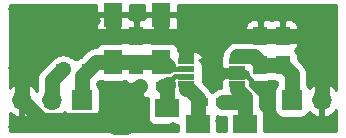
<source format=gtl>
G04 #@! TF.GenerationSoftware,KiCad,Pcbnew,(5.1.6-0-10_14)*
G04 #@! TF.CreationDate,2021-04-27T10:54:01+09:00*
G04 #@! TF.ProjectId,qPCR-negative_voltage,71504352-2d6e-4656-9761-746976655f76,rev?*
G04 #@! TF.SameCoordinates,Original*
G04 #@! TF.FileFunction,Copper,L1,Top*
G04 #@! TF.FilePolarity,Positive*
%FSLAX46Y46*%
G04 Gerber Fmt 4.6, Leading zero omitted, Abs format (unit mm)*
G04 Created by KiCad (PCBNEW (5.1.6-0-10_14)) date 2021-04-27 10:54:01*
%MOMM*%
%LPD*%
G01*
G04 APERTURE LIST*
G04 #@! TA.AperFunction,SMDPad,CuDef*
%ADD10R,1.250000X1.500000*%
G04 #@! TD*
G04 #@! TA.AperFunction,SMDPad,CuDef*
%ADD11R,1.200000X0.750000*%
G04 #@! TD*
G04 #@! TA.AperFunction,SMDPad,CuDef*
%ADD12R,2.000000X1.600000*%
G04 #@! TD*
G04 #@! TA.AperFunction,SMDPad,CuDef*
%ADD13R,1.600000X2.000000*%
G04 #@! TD*
G04 #@! TA.AperFunction,SMDPad,CuDef*
%ADD14R,1.200000X0.900000*%
G04 #@! TD*
G04 #@! TA.AperFunction,ComponentPad*
%ADD15R,1.700000X1.700000*%
G04 #@! TD*
G04 #@! TA.AperFunction,ComponentPad*
%ADD16O,1.700000X1.700000*%
G04 #@! TD*
G04 #@! TA.AperFunction,SMDPad,CuDef*
%ADD17R,1.470000X0.480000*%
G04 #@! TD*
G04 #@! TA.AperFunction,ViaPad*
%ADD18C,0.800000*%
G04 #@! TD*
G04 #@! TA.AperFunction,Conductor*
%ADD19C,1.270000*%
G04 #@! TD*
G04 #@! TA.AperFunction,Conductor*
%ADD20C,0.250000*%
G04 #@! TD*
G04 #@! TA.AperFunction,Conductor*
%ADD21C,0.762000*%
G04 #@! TD*
G04 #@! TA.AperFunction,Conductor*
%ADD22C,0.381000*%
G04 #@! TD*
G04 #@! TA.AperFunction,Conductor*
%ADD23C,0.254000*%
G04 #@! TD*
G04 APERTURE END LIST*
D10*
X138800000Y-92750000D03*
X138800000Y-90250000D03*
X136900000Y-90250000D03*
X136900000Y-92750000D03*
D11*
X133750000Y-95900000D03*
X131850000Y-95900000D03*
D12*
X135600000Y-97700000D03*
X131600000Y-97700000D03*
D11*
X126750000Y-94500000D03*
X128650000Y-94500000D03*
D12*
X125000000Y-96400000D03*
X129000000Y-96400000D03*
D13*
X124400000Y-92500000D03*
X124400000Y-88500000D03*
D10*
X126400000Y-92750000D03*
X126400000Y-90250000D03*
D13*
X128500000Y-88500000D03*
X128500000Y-92500000D03*
D14*
X122400000Y-93100000D03*
X120200000Y-93100000D03*
D15*
X121800000Y-95700000D03*
D16*
X119260000Y-95700000D03*
X116720000Y-95700000D03*
D17*
X130650000Y-94375000D03*
X130650000Y-93725000D03*
X130650000Y-93075000D03*
X130650000Y-92425000D03*
X134950000Y-92425000D03*
X134950000Y-93075000D03*
X134950000Y-93725000D03*
X134950000Y-94375000D03*
D16*
X142120000Y-95700000D03*
D15*
X139580000Y-95700000D03*
D18*
X116000000Y-88000000D03*
X116000000Y-93000000D03*
X123000000Y-89000000D03*
X118500000Y-90500000D03*
X120000000Y-88000000D03*
X116000000Y-98000000D03*
X125500000Y-98000000D03*
X129500000Y-98000000D03*
X127000000Y-96500000D03*
X133500000Y-97500000D03*
X121500000Y-91500000D03*
X126500000Y-88000000D03*
X130500000Y-88000000D03*
X135000000Y-89000000D03*
X132000000Y-89000000D03*
X143000000Y-88000000D03*
X138500000Y-88500000D03*
X143000000Y-90500000D03*
X143000000Y-98000000D03*
X138000000Y-98000000D03*
X141000000Y-92500000D03*
X140722500Y-90277500D03*
X132860000Y-91140000D03*
X133136999Y-93466999D03*
X128750000Y-90250000D03*
X124250000Y-90250000D03*
X121614999Y-97385001D03*
X137130000Y-94540000D03*
X124055000Y-94995000D03*
D19*
X140695000Y-90250000D02*
X138800000Y-90250000D01*
X142120000Y-91675000D02*
X140722500Y-90277500D01*
X142120000Y-95700000D02*
X142120000Y-91675000D01*
X138800000Y-90250000D02*
X136900000Y-90250000D01*
X116720000Y-94026998D02*
X116720000Y-95700000D01*
X120496998Y-90250000D02*
X116720000Y-94026998D01*
X118405001Y-97385001D02*
X116720000Y-95700000D01*
X124014999Y-97385001D02*
X121614999Y-97385001D01*
X125000000Y-96400000D02*
X124014999Y-97385001D01*
X124400000Y-88500000D02*
X124400000Y-90200000D01*
X124350000Y-90250000D02*
X124250000Y-90250000D01*
X124400000Y-90200000D02*
X124350000Y-90250000D01*
X126400000Y-90250000D02*
X124350000Y-90250000D01*
X128500000Y-89900000D02*
X128850000Y-90250000D01*
X128850000Y-90250000D02*
X128750000Y-90250000D01*
X128500000Y-88500000D02*
X128500000Y-89900000D01*
X125000000Y-96400000D02*
X125000000Y-96250000D01*
X128850000Y-90250000D02*
X130650000Y-90250000D01*
X130650000Y-90250000D02*
X130650000Y-91999999D01*
X132860000Y-90250000D02*
X132860000Y-91140000D01*
X136900000Y-90250000D02*
X132860000Y-90250000D01*
X132860000Y-90250000D02*
X128850000Y-90250000D01*
D20*
X133105000Y-93075000D02*
X132860000Y-92830000D01*
X134950000Y-93075000D02*
X133105000Y-93075000D01*
X133755000Y-93725000D02*
X132860000Y-92830000D01*
X134950000Y-93725000D02*
X133755000Y-93725000D01*
D19*
X133136999Y-93466999D02*
X133136999Y-93466999D01*
X132860000Y-93190000D02*
X133136999Y-93466999D01*
X132860000Y-92830000D02*
X132860000Y-93190000D01*
X140722500Y-90277500D02*
X140695000Y-90250000D01*
X132860000Y-91140000D02*
X132860000Y-92830000D01*
X133136999Y-93466999D02*
X133379999Y-93466999D01*
X128750000Y-90250000D02*
X126400000Y-90250000D01*
X124250000Y-90250000D02*
X120496998Y-90250000D01*
X121614999Y-97385001D02*
X118405001Y-97385001D01*
D21*
X133136999Y-93466999D02*
X135576999Y-93466999D01*
D22*
X136075501Y-93965501D02*
X135576999Y-93466999D01*
X138000000Y-96370000D02*
X136075501Y-94445501D01*
X136075501Y-94445501D02*
X136075501Y-93965501D01*
X138000000Y-98000000D02*
X138000000Y-96370000D01*
D19*
X124629998Y-98000000D02*
X124014999Y-97385001D01*
X125500000Y-98000000D02*
X124629998Y-98000000D01*
X124014999Y-97385001D02*
X124014999Y-95034999D01*
X124014999Y-95034999D02*
X124054998Y-94995000D01*
X126255000Y-94995000D02*
X126750000Y-94500000D01*
X124054998Y-94995000D02*
X124055000Y-94995000D01*
X125000000Y-96250000D02*
X126255000Y-94995000D01*
X126255000Y-96125000D02*
X126760000Y-96630000D01*
X126255000Y-94995000D02*
X126255000Y-96125000D01*
X126760000Y-96740000D02*
X125500000Y-98000000D01*
X126760000Y-96630000D02*
X126760000Y-96740000D01*
X125500000Y-96900000D02*
X125000000Y-96400000D01*
X125500000Y-98000000D02*
X125500000Y-96900000D01*
X124055000Y-94995000D02*
X126255000Y-94995000D01*
X135600000Y-95450001D02*
X134950000Y-94800001D01*
X135600000Y-97700000D02*
X135600000Y-95450001D01*
X135150001Y-95900000D02*
X135600000Y-95450001D01*
X133750000Y-95900000D02*
X135150001Y-95900000D01*
X130880001Y-94800001D02*
X130650000Y-94800001D01*
X131600000Y-95520000D02*
X130880001Y-94800001D01*
X131600000Y-97700000D02*
X131600000Y-95520000D01*
X129000000Y-94850000D02*
X128650000Y-94500000D01*
X129000000Y-96400000D02*
X129000000Y-94850000D01*
X129030000Y-94500000D02*
X129079999Y-94450001D01*
X128650000Y-94500000D02*
X129030000Y-94500000D01*
X129079999Y-94450001D02*
X129079999Y-94335001D01*
D22*
X130630501Y-93705501D02*
X130650000Y-93725000D01*
X129709499Y-93705501D02*
X130630501Y-93705501D01*
X128915000Y-94500000D02*
X129709499Y-93705501D01*
X128650000Y-94500000D02*
X128915000Y-94500000D01*
D19*
X121800000Y-93700000D02*
X122400000Y-93100000D01*
X121800000Y-95700000D02*
X121800000Y-93700000D01*
X123000000Y-92500000D02*
X128500000Y-92500000D01*
X122400000Y-93100000D02*
X123000000Y-92500000D01*
X128780000Y-92500000D02*
X129079999Y-92799999D01*
X128500000Y-92500000D02*
X128780000Y-92500000D01*
D22*
X129075000Y-93075000D02*
X128500000Y-92500000D01*
X130650000Y-93075000D02*
X129075000Y-93075000D01*
D19*
X119260000Y-94040000D02*
X119260000Y-95700000D01*
X120200000Y-93100000D02*
X119260000Y-94040000D01*
X139580000Y-93530000D02*
X138800000Y-92750000D01*
X139580000Y-95700000D02*
X139580000Y-93530000D01*
X138800000Y-92750000D02*
X136900000Y-92750000D01*
X136900000Y-92546998D02*
X136353001Y-91999999D01*
X136353001Y-91999999D02*
X134950000Y-91999999D01*
X136900000Y-92750000D02*
X136900000Y-92546998D01*
D23*
G36*
X133261641Y-97079003D02*
G01*
X133501037Y-97151623D01*
X133687620Y-97170000D01*
X133961928Y-97170000D01*
X133961928Y-98315000D01*
X133238072Y-98315000D01*
X133238072Y-97066405D01*
X133261641Y-97079003D01*
G37*
X133261641Y-97079003D02*
X133501037Y-97151623D01*
X133687620Y-97170000D01*
X133961928Y-97170000D01*
X133961928Y-98315000D01*
X133238072Y-98315000D01*
X133238072Y-97066405D01*
X133261641Y-97079003D01*
G36*
X122965000Y-88214250D02*
G01*
X123123750Y-88373000D01*
X124273000Y-88373000D01*
X124273000Y-88353000D01*
X124527000Y-88353000D01*
X124527000Y-88373000D01*
X125676250Y-88373000D01*
X125835000Y-88214250D01*
X125837276Y-87685000D01*
X127062724Y-87685000D01*
X127065000Y-88214250D01*
X127223750Y-88373000D01*
X128373000Y-88373000D01*
X128373000Y-88353000D01*
X128627000Y-88353000D01*
X128627000Y-88373000D01*
X129776250Y-88373000D01*
X129935000Y-88214250D01*
X129937276Y-87685000D01*
X143315001Y-87685000D01*
X143315000Y-94818448D01*
X143120269Y-94602412D01*
X142886920Y-94428359D01*
X142624099Y-94303175D01*
X142476890Y-94258524D01*
X142247000Y-94379845D01*
X142247000Y-95573000D01*
X142267000Y-95573000D01*
X142267000Y-95827000D01*
X142247000Y-95827000D01*
X142247000Y-97020155D01*
X142476890Y-97141476D01*
X142624099Y-97096825D01*
X142886920Y-96971641D01*
X143120269Y-96797588D01*
X143315000Y-96581552D01*
X143315000Y-98315000D01*
X137238072Y-98315000D01*
X137238072Y-96900000D01*
X137225812Y-96775518D01*
X137189502Y-96655820D01*
X137130537Y-96545506D01*
X137051185Y-96448815D01*
X136954494Y-96369463D01*
X136870000Y-96324299D01*
X136870000Y-95512381D01*
X136876144Y-95450001D01*
X136851623Y-95201038D01*
X136779003Y-94961642D01*
X136768702Y-94942370D01*
X136661075Y-94741013D01*
X136502370Y-94547631D01*
X136453914Y-94507864D01*
X136323072Y-94377022D01*
X136323072Y-94138072D01*
X137525000Y-94138072D01*
X137649482Y-94125812D01*
X137769180Y-94089502D01*
X137850000Y-94046302D01*
X137930820Y-94089502D01*
X138050518Y-94125812D01*
X138175000Y-94138072D01*
X138310001Y-94138072D01*
X138310001Y-94373222D01*
X138278815Y-94398815D01*
X138199463Y-94495506D01*
X138140498Y-94605820D01*
X138104188Y-94725518D01*
X138091928Y-94850000D01*
X138091928Y-96550000D01*
X138104188Y-96674482D01*
X138140498Y-96794180D01*
X138199463Y-96904494D01*
X138278815Y-97001185D01*
X138375506Y-97080537D01*
X138485820Y-97139502D01*
X138605518Y-97175812D01*
X138730000Y-97188072D01*
X140430000Y-97188072D01*
X140554482Y-97175812D01*
X140674180Y-97139502D01*
X140784494Y-97080537D01*
X140881185Y-97001185D01*
X140960537Y-96904494D01*
X141019502Y-96794180D01*
X141043966Y-96713534D01*
X141119731Y-96797588D01*
X141353080Y-96971641D01*
X141615901Y-97096825D01*
X141763110Y-97141476D01*
X141993000Y-97020155D01*
X141993000Y-95827000D01*
X141973000Y-95827000D01*
X141973000Y-95573000D01*
X141993000Y-95573000D01*
X141993000Y-94379845D01*
X141763110Y-94258524D01*
X141615901Y-94303175D01*
X141353080Y-94428359D01*
X141119731Y-94602412D01*
X141043966Y-94686466D01*
X141019502Y-94605820D01*
X140960537Y-94495506D01*
X140881185Y-94398815D01*
X140850000Y-94373222D01*
X140850000Y-93592380D01*
X140856144Y-93530000D01*
X140831623Y-93281037D01*
X140759003Y-93041641D01*
X140715815Y-92960842D01*
X140641075Y-92821012D01*
X140482370Y-92627630D01*
X140433909Y-92587859D01*
X140063072Y-92217022D01*
X140063072Y-92000000D01*
X140050812Y-91875518D01*
X140014502Y-91755820D01*
X139955537Y-91645506D01*
X139876185Y-91548815D01*
X139816704Y-91500000D01*
X139876185Y-91451185D01*
X139955537Y-91354494D01*
X140014502Y-91244180D01*
X140050812Y-91124482D01*
X140063072Y-91000000D01*
X140060000Y-90535750D01*
X139901250Y-90377000D01*
X138927000Y-90377000D01*
X138927000Y-90397000D01*
X138673000Y-90397000D01*
X138673000Y-90377000D01*
X137027000Y-90377000D01*
X137027000Y-90397000D01*
X136773000Y-90397000D01*
X136773000Y-90377000D01*
X135798750Y-90377000D01*
X135640000Y-90535750D01*
X135638715Y-90729999D01*
X134887620Y-90729999D01*
X134701037Y-90748376D01*
X134461641Y-90820996D01*
X134241012Y-90938924D01*
X134047630Y-91097629D01*
X133888925Y-91291011D01*
X133770997Y-91511640D01*
X133698377Y-91751036D01*
X133691380Y-91822078D01*
X133684463Y-91830506D01*
X133625498Y-91940820D01*
X133589188Y-92060518D01*
X133576928Y-92185000D01*
X133576928Y-92665000D01*
X133585540Y-92752437D01*
X133580000Y-92803250D01*
X133599184Y-92822434D01*
X133625498Y-92909180D01*
X133684463Y-93019494D01*
X133730059Y-93075053D01*
X133689869Y-93122545D01*
X133629248Y-93231958D01*
X133598419Y-93328331D01*
X133580000Y-93346750D01*
X133585805Y-93400000D01*
X133580000Y-93453250D01*
X133598419Y-93471669D01*
X133629248Y-93568042D01*
X133689869Y-93677455D01*
X133730059Y-93724947D01*
X133684463Y-93780506D01*
X133625498Y-93890820D01*
X133599184Y-93977566D01*
X133580000Y-93996750D01*
X133585540Y-94047563D01*
X133576928Y-94135000D01*
X133576928Y-94615000D01*
X133579455Y-94640653D01*
X133501037Y-94648377D01*
X133261641Y-94720997D01*
X133041012Y-94838925D01*
X132933610Y-94927068D01*
X132905820Y-94935498D01*
X132800000Y-94992061D01*
X132740987Y-94960517D01*
X132661075Y-94811012D01*
X132502370Y-94617630D01*
X132453909Y-94577859D01*
X132023072Y-94147022D01*
X132023072Y-94135000D01*
X132014701Y-94050000D01*
X132023072Y-93965000D01*
X132023072Y-93485000D01*
X132014701Y-93400000D01*
X132023072Y-93315000D01*
X132023072Y-92835000D01*
X132014460Y-92747563D01*
X132020000Y-92696750D01*
X132000816Y-92677566D01*
X131974502Y-92590820D01*
X131915537Y-92480506D01*
X131836185Y-92383815D01*
X131748678Y-92312000D01*
X131861250Y-92312000D01*
X132020000Y-92153250D01*
X132008863Y-92051094D01*
X131970752Y-91931958D01*
X131910131Y-91822545D01*
X131829329Y-91727062D01*
X131731452Y-91649177D01*
X131620261Y-91591883D01*
X131500029Y-91557382D01*
X131375377Y-91547001D01*
X130935750Y-91550000D01*
X130777000Y-91708750D01*
X130777000Y-92196928D01*
X130523000Y-92196928D01*
X130523000Y-91708750D01*
X130364250Y-91550000D01*
X129938072Y-91547093D01*
X129938072Y-91500000D01*
X129925812Y-91375518D01*
X129889502Y-91255820D01*
X129830537Y-91145506D01*
X129751185Y-91048815D01*
X129654494Y-90969463D01*
X129544180Y-90910498D01*
X129424482Y-90874188D01*
X129300000Y-90861928D01*
X127700000Y-90861928D01*
X127662183Y-90865653D01*
X127660000Y-90535750D01*
X127501250Y-90377000D01*
X126527000Y-90377000D01*
X126527000Y-90397000D01*
X126273000Y-90397000D01*
X126273000Y-90377000D01*
X125298750Y-90377000D01*
X125140000Y-90535750D01*
X125137842Y-90861928D01*
X123600000Y-90861928D01*
X123475518Y-90874188D01*
X123355820Y-90910498D01*
X123245506Y-90969463D01*
X123148815Y-91048815D01*
X123069463Y-91145506D01*
X123026203Y-91226438D01*
X122999999Y-91223857D01*
X122937626Y-91230000D01*
X122937620Y-91230000D01*
X122776755Y-91245844D01*
X122751036Y-91248377D01*
X122678416Y-91270406D01*
X122511641Y-91320997D01*
X122291012Y-91438925D01*
X122097630Y-91597630D01*
X122057859Y-91646091D01*
X121680226Y-92023724D01*
X121675518Y-92024188D01*
X121555820Y-92060498D01*
X121445506Y-92119463D01*
X121348815Y-92198815D01*
X121300000Y-92258296D01*
X121251185Y-92198815D01*
X121154494Y-92119463D01*
X121044180Y-92060498D01*
X120924482Y-92024188D01*
X120871686Y-92018988D01*
X120688359Y-91920997D01*
X120448963Y-91848377D01*
X120200000Y-91823856D01*
X119951037Y-91848377D01*
X119711641Y-91920997D01*
X119528313Y-92018988D01*
X119475518Y-92024188D01*
X119355820Y-92060498D01*
X119245506Y-92119463D01*
X119148815Y-92198815D01*
X119069463Y-92295506D01*
X119010498Y-92405820D01*
X118974188Y-92525518D01*
X118973724Y-92530224D01*
X118406090Y-93097860D01*
X118357630Y-93137630D01*
X118198925Y-93331013D01*
X118080997Y-93551642D01*
X118034324Y-93705501D01*
X118008377Y-93791037D01*
X118005844Y-93816756D01*
X117990000Y-93977621D01*
X117990000Y-93977627D01*
X117983857Y-94040000D01*
X117990000Y-94102373D01*
X117990000Y-94927760D01*
X117984805Y-94935534D01*
X117915178Y-94818645D01*
X117720269Y-94602412D01*
X117486920Y-94428359D01*
X117224099Y-94303175D01*
X117076890Y-94258524D01*
X116847000Y-94379845D01*
X116847000Y-95573000D01*
X116867000Y-95573000D01*
X116867000Y-95827000D01*
X116847000Y-95827000D01*
X116847000Y-97020155D01*
X117076890Y-97141476D01*
X117224099Y-97096825D01*
X117486920Y-96971641D01*
X117720269Y-96797588D01*
X117915178Y-96581355D01*
X117984805Y-96464466D01*
X118106525Y-96646632D01*
X118313368Y-96853475D01*
X118556589Y-97015990D01*
X118826842Y-97127932D01*
X119113740Y-97185000D01*
X119406260Y-97185000D01*
X119693158Y-97127932D01*
X119963411Y-97015990D01*
X120206632Y-96853475D01*
X120338487Y-96721620D01*
X120360498Y-96794180D01*
X120419463Y-96904494D01*
X120498815Y-97001185D01*
X120595506Y-97080537D01*
X120705820Y-97139502D01*
X120825518Y-97175812D01*
X120950000Y-97188072D01*
X122650000Y-97188072D01*
X122774482Y-97175812D01*
X122894180Y-97139502D01*
X123004494Y-97080537D01*
X123101185Y-97001185D01*
X123180537Y-96904494D01*
X123239502Y-96794180D01*
X123275812Y-96674482D01*
X123288072Y-96550000D01*
X123288072Y-95600000D01*
X123361928Y-95600000D01*
X123365000Y-96114250D01*
X123523750Y-96273000D01*
X124873000Y-96273000D01*
X124873000Y-95123750D01*
X125127000Y-95123750D01*
X125127000Y-96273000D01*
X126476250Y-96273000D01*
X126635000Y-96114250D01*
X126638072Y-95600000D01*
X126625812Y-95475518D01*
X126596235Y-95378015D01*
X126623000Y-95351250D01*
X126623000Y-94627000D01*
X125673750Y-94627000D01*
X125515000Y-94785750D01*
X125511928Y-94875000D01*
X125520692Y-94963990D01*
X125285750Y-94965000D01*
X125127000Y-95123750D01*
X124873000Y-95123750D01*
X124714250Y-94965000D01*
X124000000Y-94961928D01*
X123875518Y-94974188D01*
X123755820Y-95010498D01*
X123645506Y-95069463D01*
X123548815Y-95148815D01*
X123469463Y-95245506D01*
X123410498Y-95355820D01*
X123374188Y-95475518D01*
X123361928Y-95600000D01*
X123288072Y-95600000D01*
X123288072Y-94850000D01*
X123275812Y-94725518D01*
X123239502Y-94605820D01*
X123180537Y-94495506D01*
X123101185Y-94398815D01*
X123070000Y-94373222D01*
X123070000Y-94226050D01*
X123119774Y-94176276D01*
X123124482Y-94175812D01*
X123244180Y-94139502D01*
X123346771Y-94084665D01*
X123355820Y-94089502D01*
X123475518Y-94125812D01*
X123600000Y-94138072D01*
X125200000Y-94138072D01*
X125324482Y-94125812D01*
X125444180Y-94089502D01*
X125487500Y-94066347D01*
X125516194Y-94081684D01*
X125511928Y-94125000D01*
X125515000Y-94214250D01*
X125673750Y-94373000D01*
X126623000Y-94373000D01*
X126623000Y-94353000D01*
X126877000Y-94353000D01*
X126877000Y-94373000D01*
X126897000Y-94373000D01*
X126897000Y-94627000D01*
X126877000Y-94627000D01*
X126877000Y-95351250D01*
X127035750Y-95510000D01*
X127350000Y-95513072D01*
X127370690Y-95511034D01*
X127361928Y-95600000D01*
X127361928Y-97200000D01*
X127374188Y-97324482D01*
X127410498Y-97444180D01*
X127469463Y-97554494D01*
X127548815Y-97651185D01*
X127645506Y-97730537D01*
X127755820Y-97789502D01*
X127875518Y-97825812D01*
X128000000Y-97838072D01*
X129961928Y-97838072D01*
X129961928Y-98315000D01*
X115685000Y-98315000D01*
X115685000Y-97200000D01*
X123361928Y-97200000D01*
X123374188Y-97324482D01*
X123410498Y-97444180D01*
X123469463Y-97554494D01*
X123548815Y-97651185D01*
X123645506Y-97730537D01*
X123755820Y-97789502D01*
X123875518Y-97825812D01*
X124000000Y-97838072D01*
X124714250Y-97835000D01*
X124873000Y-97676250D01*
X124873000Y-96527000D01*
X125127000Y-96527000D01*
X125127000Y-97676250D01*
X125285750Y-97835000D01*
X126000000Y-97838072D01*
X126124482Y-97825812D01*
X126244180Y-97789502D01*
X126354494Y-97730537D01*
X126451185Y-97651185D01*
X126530537Y-97554494D01*
X126589502Y-97444180D01*
X126625812Y-97324482D01*
X126638072Y-97200000D01*
X126635000Y-96685750D01*
X126476250Y-96527000D01*
X125127000Y-96527000D01*
X124873000Y-96527000D01*
X123523750Y-96527000D01*
X123365000Y-96685750D01*
X123361928Y-97200000D01*
X115685000Y-97200000D01*
X115685000Y-96759057D01*
X115719731Y-96797588D01*
X115953080Y-96971641D01*
X116215901Y-97096825D01*
X116363110Y-97141476D01*
X116593000Y-97020155D01*
X116593000Y-95827000D01*
X116573000Y-95827000D01*
X116573000Y-95573000D01*
X116593000Y-95573000D01*
X116593000Y-94379845D01*
X116363110Y-94258524D01*
X116215901Y-94303175D01*
X115953080Y-94428359D01*
X115719731Y-94602412D01*
X115685000Y-94640943D01*
X115685000Y-89500000D01*
X122961928Y-89500000D01*
X122974188Y-89624482D01*
X123010498Y-89744180D01*
X123069463Y-89854494D01*
X123148815Y-89951185D01*
X123245506Y-90030537D01*
X123355820Y-90089502D01*
X123475518Y-90125812D01*
X123600000Y-90138072D01*
X124114250Y-90135000D01*
X124273000Y-89976250D01*
X124273000Y-88627000D01*
X124527000Y-88627000D01*
X124527000Y-89976250D01*
X124685750Y-90135000D01*
X125200000Y-90138072D01*
X125324482Y-90125812D01*
X125333752Y-90123000D01*
X126273000Y-90123000D01*
X126273000Y-89023750D01*
X126527000Y-89023750D01*
X126527000Y-90123000D01*
X127501250Y-90123000D01*
X127516378Y-90107872D01*
X127575518Y-90125812D01*
X127700000Y-90138072D01*
X128214250Y-90135000D01*
X128373000Y-89976250D01*
X128373000Y-88627000D01*
X128627000Y-88627000D01*
X128627000Y-89976250D01*
X128785750Y-90135000D01*
X129300000Y-90138072D01*
X129424482Y-90125812D01*
X129544180Y-90089502D01*
X129654494Y-90030537D01*
X129751185Y-89951185D01*
X129830537Y-89854494D01*
X129889502Y-89744180D01*
X129925812Y-89624482D01*
X129938072Y-89500000D01*
X135636928Y-89500000D01*
X135640000Y-89964250D01*
X135798750Y-90123000D01*
X136773000Y-90123000D01*
X136773000Y-89023750D01*
X137027000Y-89023750D01*
X137027000Y-90123000D01*
X138673000Y-90123000D01*
X138673000Y-89023750D01*
X138927000Y-89023750D01*
X138927000Y-90123000D01*
X139901250Y-90123000D01*
X140060000Y-89964250D01*
X140063072Y-89500000D01*
X140050812Y-89375518D01*
X140014502Y-89255820D01*
X139955537Y-89145506D01*
X139876185Y-89048815D01*
X139779494Y-88969463D01*
X139669180Y-88910498D01*
X139549482Y-88874188D01*
X139425000Y-88861928D01*
X139085750Y-88865000D01*
X138927000Y-89023750D01*
X138673000Y-89023750D01*
X138514250Y-88865000D01*
X138175000Y-88861928D01*
X138050518Y-88874188D01*
X137930820Y-88910498D01*
X137850000Y-88953698D01*
X137769180Y-88910498D01*
X137649482Y-88874188D01*
X137525000Y-88861928D01*
X137185750Y-88865000D01*
X137027000Y-89023750D01*
X136773000Y-89023750D01*
X136614250Y-88865000D01*
X136275000Y-88861928D01*
X136150518Y-88874188D01*
X136030820Y-88910498D01*
X135920506Y-88969463D01*
X135823815Y-89048815D01*
X135744463Y-89145506D01*
X135685498Y-89255820D01*
X135649188Y-89375518D01*
X135636928Y-89500000D01*
X129938072Y-89500000D01*
X129935000Y-88785750D01*
X129776250Y-88627000D01*
X128627000Y-88627000D01*
X128373000Y-88627000D01*
X127223750Y-88627000D01*
X127065000Y-88785750D01*
X127064656Y-88865834D01*
X127025000Y-88861928D01*
X126685750Y-88865000D01*
X126527000Y-89023750D01*
X126273000Y-89023750D01*
X126114250Y-88865000D01*
X125835330Y-88862474D01*
X125835000Y-88785750D01*
X125676250Y-88627000D01*
X124527000Y-88627000D01*
X124273000Y-88627000D01*
X123123750Y-88627000D01*
X122965000Y-88785750D01*
X122961928Y-89500000D01*
X115685000Y-89500000D01*
X115685000Y-87685000D01*
X122962724Y-87685000D01*
X122965000Y-88214250D01*
G37*
X122965000Y-88214250D02*
X123123750Y-88373000D01*
X124273000Y-88373000D01*
X124273000Y-88353000D01*
X124527000Y-88353000D01*
X124527000Y-88373000D01*
X125676250Y-88373000D01*
X125835000Y-88214250D01*
X125837276Y-87685000D01*
X127062724Y-87685000D01*
X127065000Y-88214250D01*
X127223750Y-88373000D01*
X128373000Y-88373000D01*
X128373000Y-88353000D01*
X128627000Y-88353000D01*
X128627000Y-88373000D01*
X129776250Y-88373000D01*
X129935000Y-88214250D01*
X129937276Y-87685000D01*
X143315001Y-87685000D01*
X143315000Y-94818448D01*
X143120269Y-94602412D01*
X142886920Y-94428359D01*
X142624099Y-94303175D01*
X142476890Y-94258524D01*
X142247000Y-94379845D01*
X142247000Y-95573000D01*
X142267000Y-95573000D01*
X142267000Y-95827000D01*
X142247000Y-95827000D01*
X142247000Y-97020155D01*
X142476890Y-97141476D01*
X142624099Y-97096825D01*
X142886920Y-96971641D01*
X143120269Y-96797588D01*
X143315000Y-96581552D01*
X143315000Y-98315000D01*
X137238072Y-98315000D01*
X137238072Y-96900000D01*
X137225812Y-96775518D01*
X137189502Y-96655820D01*
X137130537Y-96545506D01*
X137051185Y-96448815D01*
X136954494Y-96369463D01*
X136870000Y-96324299D01*
X136870000Y-95512381D01*
X136876144Y-95450001D01*
X136851623Y-95201038D01*
X136779003Y-94961642D01*
X136768702Y-94942370D01*
X136661075Y-94741013D01*
X136502370Y-94547631D01*
X136453914Y-94507864D01*
X136323072Y-94377022D01*
X136323072Y-94138072D01*
X137525000Y-94138072D01*
X137649482Y-94125812D01*
X137769180Y-94089502D01*
X137850000Y-94046302D01*
X137930820Y-94089502D01*
X138050518Y-94125812D01*
X138175000Y-94138072D01*
X138310001Y-94138072D01*
X138310001Y-94373222D01*
X138278815Y-94398815D01*
X138199463Y-94495506D01*
X138140498Y-94605820D01*
X138104188Y-94725518D01*
X138091928Y-94850000D01*
X138091928Y-96550000D01*
X138104188Y-96674482D01*
X138140498Y-96794180D01*
X138199463Y-96904494D01*
X138278815Y-97001185D01*
X138375506Y-97080537D01*
X138485820Y-97139502D01*
X138605518Y-97175812D01*
X138730000Y-97188072D01*
X140430000Y-97188072D01*
X140554482Y-97175812D01*
X140674180Y-97139502D01*
X140784494Y-97080537D01*
X140881185Y-97001185D01*
X140960537Y-96904494D01*
X141019502Y-96794180D01*
X141043966Y-96713534D01*
X141119731Y-96797588D01*
X141353080Y-96971641D01*
X141615901Y-97096825D01*
X141763110Y-97141476D01*
X141993000Y-97020155D01*
X141993000Y-95827000D01*
X141973000Y-95827000D01*
X141973000Y-95573000D01*
X141993000Y-95573000D01*
X141993000Y-94379845D01*
X141763110Y-94258524D01*
X141615901Y-94303175D01*
X141353080Y-94428359D01*
X141119731Y-94602412D01*
X141043966Y-94686466D01*
X141019502Y-94605820D01*
X140960537Y-94495506D01*
X140881185Y-94398815D01*
X140850000Y-94373222D01*
X140850000Y-93592380D01*
X140856144Y-93530000D01*
X140831623Y-93281037D01*
X140759003Y-93041641D01*
X140715815Y-92960842D01*
X140641075Y-92821012D01*
X140482370Y-92627630D01*
X140433909Y-92587859D01*
X140063072Y-92217022D01*
X140063072Y-92000000D01*
X140050812Y-91875518D01*
X140014502Y-91755820D01*
X139955537Y-91645506D01*
X139876185Y-91548815D01*
X139816704Y-91500000D01*
X139876185Y-91451185D01*
X139955537Y-91354494D01*
X140014502Y-91244180D01*
X140050812Y-91124482D01*
X140063072Y-91000000D01*
X140060000Y-90535750D01*
X139901250Y-90377000D01*
X138927000Y-90377000D01*
X138927000Y-90397000D01*
X138673000Y-90397000D01*
X138673000Y-90377000D01*
X137027000Y-90377000D01*
X137027000Y-90397000D01*
X136773000Y-90397000D01*
X136773000Y-90377000D01*
X135798750Y-90377000D01*
X135640000Y-90535750D01*
X135638715Y-90729999D01*
X134887620Y-90729999D01*
X134701037Y-90748376D01*
X134461641Y-90820996D01*
X134241012Y-90938924D01*
X134047630Y-91097629D01*
X133888925Y-91291011D01*
X133770997Y-91511640D01*
X133698377Y-91751036D01*
X133691380Y-91822078D01*
X133684463Y-91830506D01*
X133625498Y-91940820D01*
X133589188Y-92060518D01*
X133576928Y-92185000D01*
X133576928Y-92665000D01*
X133585540Y-92752437D01*
X133580000Y-92803250D01*
X133599184Y-92822434D01*
X133625498Y-92909180D01*
X133684463Y-93019494D01*
X133730059Y-93075053D01*
X133689869Y-93122545D01*
X133629248Y-93231958D01*
X133598419Y-93328331D01*
X133580000Y-93346750D01*
X133585805Y-93400000D01*
X133580000Y-93453250D01*
X133598419Y-93471669D01*
X133629248Y-93568042D01*
X133689869Y-93677455D01*
X133730059Y-93724947D01*
X133684463Y-93780506D01*
X133625498Y-93890820D01*
X133599184Y-93977566D01*
X133580000Y-93996750D01*
X133585540Y-94047563D01*
X133576928Y-94135000D01*
X133576928Y-94615000D01*
X133579455Y-94640653D01*
X133501037Y-94648377D01*
X133261641Y-94720997D01*
X133041012Y-94838925D01*
X132933610Y-94927068D01*
X132905820Y-94935498D01*
X132800000Y-94992061D01*
X132740987Y-94960517D01*
X132661075Y-94811012D01*
X132502370Y-94617630D01*
X132453909Y-94577859D01*
X132023072Y-94147022D01*
X132023072Y-94135000D01*
X132014701Y-94050000D01*
X132023072Y-93965000D01*
X132023072Y-93485000D01*
X132014701Y-93400000D01*
X132023072Y-93315000D01*
X132023072Y-92835000D01*
X132014460Y-92747563D01*
X132020000Y-92696750D01*
X132000816Y-92677566D01*
X131974502Y-92590820D01*
X131915537Y-92480506D01*
X131836185Y-92383815D01*
X131748678Y-92312000D01*
X131861250Y-92312000D01*
X132020000Y-92153250D01*
X132008863Y-92051094D01*
X131970752Y-91931958D01*
X131910131Y-91822545D01*
X131829329Y-91727062D01*
X131731452Y-91649177D01*
X131620261Y-91591883D01*
X131500029Y-91557382D01*
X131375377Y-91547001D01*
X130935750Y-91550000D01*
X130777000Y-91708750D01*
X130777000Y-92196928D01*
X130523000Y-92196928D01*
X130523000Y-91708750D01*
X130364250Y-91550000D01*
X129938072Y-91547093D01*
X129938072Y-91500000D01*
X129925812Y-91375518D01*
X129889502Y-91255820D01*
X129830537Y-91145506D01*
X129751185Y-91048815D01*
X129654494Y-90969463D01*
X129544180Y-90910498D01*
X129424482Y-90874188D01*
X129300000Y-90861928D01*
X127700000Y-90861928D01*
X127662183Y-90865653D01*
X127660000Y-90535750D01*
X127501250Y-90377000D01*
X126527000Y-90377000D01*
X126527000Y-90397000D01*
X126273000Y-90397000D01*
X126273000Y-90377000D01*
X125298750Y-90377000D01*
X125140000Y-90535750D01*
X125137842Y-90861928D01*
X123600000Y-90861928D01*
X123475518Y-90874188D01*
X123355820Y-90910498D01*
X123245506Y-90969463D01*
X123148815Y-91048815D01*
X123069463Y-91145506D01*
X123026203Y-91226438D01*
X122999999Y-91223857D01*
X122937626Y-91230000D01*
X122937620Y-91230000D01*
X122776755Y-91245844D01*
X122751036Y-91248377D01*
X122678416Y-91270406D01*
X122511641Y-91320997D01*
X122291012Y-91438925D01*
X122097630Y-91597630D01*
X122057859Y-91646091D01*
X121680226Y-92023724D01*
X121675518Y-92024188D01*
X121555820Y-92060498D01*
X121445506Y-92119463D01*
X121348815Y-92198815D01*
X121300000Y-92258296D01*
X121251185Y-92198815D01*
X121154494Y-92119463D01*
X121044180Y-92060498D01*
X120924482Y-92024188D01*
X120871686Y-92018988D01*
X120688359Y-91920997D01*
X120448963Y-91848377D01*
X120200000Y-91823856D01*
X119951037Y-91848377D01*
X119711641Y-91920997D01*
X119528313Y-92018988D01*
X119475518Y-92024188D01*
X119355820Y-92060498D01*
X119245506Y-92119463D01*
X119148815Y-92198815D01*
X119069463Y-92295506D01*
X119010498Y-92405820D01*
X118974188Y-92525518D01*
X118973724Y-92530224D01*
X118406090Y-93097860D01*
X118357630Y-93137630D01*
X118198925Y-93331013D01*
X118080997Y-93551642D01*
X118034324Y-93705501D01*
X118008377Y-93791037D01*
X118005844Y-93816756D01*
X117990000Y-93977621D01*
X117990000Y-93977627D01*
X117983857Y-94040000D01*
X117990000Y-94102373D01*
X117990000Y-94927760D01*
X117984805Y-94935534D01*
X117915178Y-94818645D01*
X117720269Y-94602412D01*
X117486920Y-94428359D01*
X117224099Y-94303175D01*
X117076890Y-94258524D01*
X116847000Y-94379845D01*
X116847000Y-95573000D01*
X116867000Y-95573000D01*
X116867000Y-95827000D01*
X116847000Y-95827000D01*
X116847000Y-97020155D01*
X117076890Y-97141476D01*
X117224099Y-97096825D01*
X117486920Y-96971641D01*
X117720269Y-96797588D01*
X117915178Y-96581355D01*
X117984805Y-96464466D01*
X118106525Y-96646632D01*
X118313368Y-96853475D01*
X118556589Y-97015990D01*
X118826842Y-97127932D01*
X119113740Y-97185000D01*
X119406260Y-97185000D01*
X119693158Y-97127932D01*
X119963411Y-97015990D01*
X120206632Y-96853475D01*
X120338487Y-96721620D01*
X120360498Y-96794180D01*
X120419463Y-96904494D01*
X120498815Y-97001185D01*
X120595506Y-97080537D01*
X120705820Y-97139502D01*
X120825518Y-97175812D01*
X120950000Y-97188072D01*
X122650000Y-97188072D01*
X122774482Y-97175812D01*
X122894180Y-97139502D01*
X123004494Y-97080537D01*
X123101185Y-97001185D01*
X123180537Y-96904494D01*
X123239502Y-96794180D01*
X123275812Y-96674482D01*
X123288072Y-96550000D01*
X123288072Y-95600000D01*
X123361928Y-95600000D01*
X123365000Y-96114250D01*
X123523750Y-96273000D01*
X124873000Y-96273000D01*
X124873000Y-95123750D01*
X125127000Y-95123750D01*
X125127000Y-96273000D01*
X126476250Y-96273000D01*
X126635000Y-96114250D01*
X126638072Y-95600000D01*
X126625812Y-95475518D01*
X126596235Y-95378015D01*
X126623000Y-95351250D01*
X126623000Y-94627000D01*
X125673750Y-94627000D01*
X125515000Y-94785750D01*
X125511928Y-94875000D01*
X125520692Y-94963990D01*
X125285750Y-94965000D01*
X125127000Y-95123750D01*
X124873000Y-95123750D01*
X124714250Y-94965000D01*
X124000000Y-94961928D01*
X123875518Y-94974188D01*
X123755820Y-95010498D01*
X123645506Y-95069463D01*
X123548815Y-95148815D01*
X123469463Y-95245506D01*
X123410498Y-95355820D01*
X123374188Y-95475518D01*
X123361928Y-95600000D01*
X123288072Y-95600000D01*
X123288072Y-94850000D01*
X123275812Y-94725518D01*
X123239502Y-94605820D01*
X123180537Y-94495506D01*
X123101185Y-94398815D01*
X123070000Y-94373222D01*
X123070000Y-94226050D01*
X123119774Y-94176276D01*
X123124482Y-94175812D01*
X123244180Y-94139502D01*
X123346771Y-94084665D01*
X123355820Y-94089502D01*
X123475518Y-94125812D01*
X123600000Y-94138072D01*
X125200000Y-94138072D01*
X125324482Y-94125812D01*
X125444180Y-94089502D01*
X125487500Y-94066347D01*
X125516194Y-94081684D01*
X125511928Y-94125000D01*
X125515000Y-94214250D01*
X125673750Y-94373000D01*
X126623000Y-94373000D01*
X126623000Y-94353000D01*
X126877000Y-94353000D01*
X126877000Y-94373000D01*
X126897000Y-94373000D01*
X126897000Y-94627000D01*
X126877000Y-94627000D01*
X126877000Y-95351250D01*
X127035750Y-95510000D01*
X127350000Y-95513072D01*
X127370690Y-95511034D01*
X127361928Y-95600000D01*
X127361928Y-97200000D01*
X127374188Y-97324482D01*
X127410498Y-97444180D01*
X127469463Y-97554494D01*
X127548815Y-97651185D01*
X127645506Y-97730537D01*
X127755820Y-97789502D01*
X127875518Y-97825812D01*
X128000000Y-97838072D01*
X129961928Y-97838072D01*
X129961928Y-98315000D01*
X115685000Y-98315000D01*
X115685000Y-97200000D01*
X123361928Y-97200000D01*
X123374188Y-97324482D01*
X123410498Y-97444180D01*
X123469463Y-97554494D01*
X123548815Y-97651185D01*
X123645506Y-97730537D01*
X123755820Y-97789502D01*
X123875518Y-97825812D01*
X124000000Y-97838072D01*
X124714250Y-97835000D01*
X124873000Y-97676250D01*
X124873000Y-96527000D01*
X125127000Y-96527000D01*
X125127000Y-97676250D01*
X125285750Y-97835000D01*
X126000000Y-97838072D01*
X126124482Y-97825812D01*
X126244180Y-97789502D01*
X126354494Y-97730537D01*
X126451185Y-97651185D01*
X126530537Y-97554494D01*
X126589502Y-97444180D01*
X126625812Y-97324482D01*
X126638072Y-97200000D01*
X126635000Y-96685750D01*
X126476250Y-96527000D01*
X125127000Y-96527000D01*
X124873000Y-96527000D01*
X123523750Y-96527000D01*
X123365000Y-96685750D01*
X123361928Y-97200000D01*
X115685000Y-97200000D01*
X115685000Y-96759057D01*
X115719731Y-96797588D01*
X115953080Y-96971641D01*
X116215901Y-97096825D01*
X116363110Y-97141476D01*
X116593000Y-97020155D01*
X116593000Y-95827000D01*
X116573000Y-95827000D01*
X116573000Y-95573000D01*
X116593000Y-95573000D01*
X116593000Y-94379845D01*
X116363110Y-94258524D01*
X116215901Y-94303175D01*
X115953080Y-94428359D01*
X115719731Y-94602412D01*
X115685000Y-94640943D01*
X115685000Y-89500000D01*
X122961928Y-89500000D01*
X122974188Y-89624482D01*
X123010498Y-89744180D01*
X123069463Y-89854494D01*
X123148815Y-89951185D01*
X123245506Y-90030537D01*
X123355820Y-90089502D01*
X123475518Y-90125812D01*
X123600000Y-90138072D01*
X124114250Y-90135000D01*
X124273000Y-89976250D01*
X124273000Y-88627000D01*
X124527000Y-88627000D01*
X124527000Y-89976250D01*
X124685750Y-90135000D01*
X125200000Y-90138072D01*
X125324482Y-90125812D01*
X125333752Y-90123000D01*
X126273000Y-90123000D01*
X126273000Y-89023750D01*
X126527000Y-89023750D01*
X126527000Y-90123000D01*
X127501250Y-90123000D01*
X127516378Y-90107872D01*
X127575518Y-90125812D01*
X127700000Y-90138072D01*
X128214250Y-90135000D01*
X128373000Y-89976250D01*
X128373000Y-88627000D01*
X128627000Y-88627000D01*
X128627000Y-89976250D01*
X128785750Y-90135000D01*
X129300000Y-90138072D01*
X129424482Y-90125812D01*
X129544180Y-90089502D01*
X129654494Y-90030537D01*
X129751185Y-89951185D01*
X129830537Y-89854494D01*
X129889502Y-89744180D01*
X129925812Y-89624482D01*
X129938072Y-89500000D01*
X135636928Y-89500000D01*
X135640000Y-89964250D01*
X135798750Y-90123000D01*
X136773000Y-90123000D01*
X136773000Y-89023750D01*
X137027000Y-89023750D01*
X137027000Y-90123000D01*
X138673000Y-90123000D01*
X138673000Y-89023750D01*
X138927000Y-89023750D01*
X138927000Y-90123000D01*
X139901250Y-90123000D01*
X140060000Y-89964250D01*
X140063072Y-89500000D01*
X140050812Y-89375518D01*
X140014502Y-89255820D01*
X139955537Y-89145506D01*
X139876185Y-89048815D01*
X139779494Y-88969463D01*
X139669180Y-88910498D01*
X139549482Y-88874188D01*
X139425000Y-88861928D01*
X139085750Y-88865000D01*
X138927000Y-89023750D01*
X138673000Y-89023750D01*
X138514250Y-88865000D01*
X138175000Y-88861928D01*
X138050518Y-88874188D01*
X137930820Y-88910498D01*
X137850000Y-88953698D01*
X137769180Y-88910498D01*
X137649482Y-88874188D01*
X137525000Y-88861928D01*
X137185750Y-88865000D01*
X137027000Y-89023750D01*
X136773000Y-89023750D01*
X136614250Y-88865000D01*
X136275000Y-88861928D01*
X136150518Y-88874188D01*
X136030820Y-88910498D01*
X135920506Y-88969463D01*
X135823815Y-89048815D01*
X135744463Y-89145506D01*
X135685498Y-89255820D01*
X135649188Y-89375518D01*
X135636928Y-89500000D01*
X129938072Y-89500000D01*
X129935000Y-88785750D01*
X129776250Y-88627000D01*
X128627000Y-88627000D01*
X128373000Y-88627000D01*
X127223750Y-88627000D01*
X127065000Y-88785750D01*
X127064656Y-88865834D01*
X127025000Y-88861928D01*
X126685750Y-88865000D01*
X126527000Y-89023750D01*
X126273000Y-89023750D01*
X126114250Y-88865000D01*
X125835330Y-88862474D01*
X125835000Y-88785750D01*
X125676250Y-88627000D01*
X124527000Y-88627000D01*
X124273000Y-88627000D01*
X123123750Y-88627000D01*
X122965000Y-88785750D01*
X122961928Y-89500000D01*
X115685000Y-89500000D01*
X115685000Y-87685000D01*
X122962724Y-87685000D01*
X122965000Y-88214250D01*
M02*

</source>
